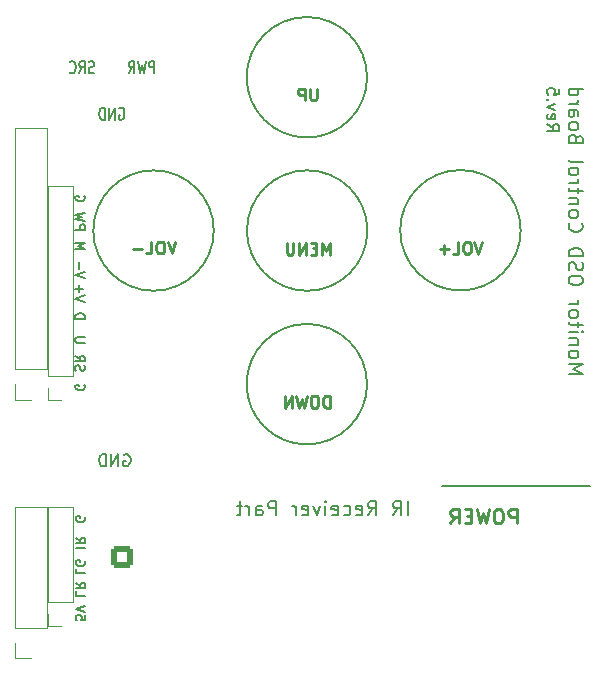
<source format=gbr>
%TF.GenerationSoftware,KiCad,Pcbnew,7.0.1*%
%TF.CreationDate,2023-03-28T22:02:51+09:00*%
%TF.ProjectId,monitor_osd_control,6d6f6e69-746f-4725-9f6f-73645f636f6e,5*%
%TF.SameCoordinates,PX7ab0ef8PY7236868*%
%TF.FileFunction,Legend,Bot*%
%TF.FilePolarity,Positive*%
%FSLAX46Y46*%
G04 Gerber Fmt 4.6, Leading zero omitted, Abs format (unit mm)*
G04 Created by KiCad (PCBNEW 7.0.1) date 2023-03-28 22:02:51*
%MOMM*%
%LPD*%
G01*
G04 APERTURE LIST*
G04 Aperture macros list*
%AMRoundRect*
0 Rectangle with rounded corners*
0 $1 Rounding radius*
0 $2 $3 $4 $5 $6 $7 $8 $9 X,Y pos of 4 corners*
0 Add a 4 corners polygon primitive as box body*
4,1,4,$2,$3,$4,$5,$6,$7,$8,$9,$2,$3,0*
0 Add four circle primitives for the rounded corners*
1,1,$1+$1,$2,$3*
1,1,$1+$1,$4,$5*
1,1,$1+$1,$6,$7*
1,1,$1+$1,$8,$9*
0 Add four rect primitives between the rounded corners*
20,1,$1+$1,$2,$3,$4,$5,0*
20,1,$1+$1,$4,$5,$6,$7,0*
20,1,$1+$1,$6,$7,$8,$9,0*
20,1,$1+$1,$8,$9,$2,$3,0*%
G04 Aperture macros list end*
%ADD10C,0.150000*%
%ADD11C,0.250000*%
%ADD12C,0.200000*%
%ADD13C,0.120000*%
%ADD14O,1.850000X3.048000*%
%ADD15C,2.000000*%
%ADD16RoundRect,0.250200X-0.649800X0.649800X-0.649800X-0.649800X0.649800X-0.649800X0.649800X0.649800X0*%
%ADD17C,1.800000*%
%ADD18R,1.800000X1.800000*%
%ADD19C,1.500000*%
%ADD20O,3.048000X1.850000*%
%ADD21R,1.700000X1.700000*%
%ADD22O,1.700000X1.700000*%
%ADD23R,1.350000X1.350000*%
%ADD24O,1.350000X1.350000*%
G04 APERTURE END LIST*
D10*
X30119000Y49987200D02*
G75*
G03*
X30119000Y49987200I-5100000J0D01*
G01*
X36499800Y15392400D02*
X48996600Y15392400D01*
X30119000Y24003000D02*
G75*
G03*
X30119000Y24003000I-5100000J0D01*
G01*
X43123800Y37033200D02*
G75*
G03*
X43123800Y37033200I-5100000J0D01*
G01*
X30144400Y37007800D02*
G75*
G03*
X30144400Y37007800I-5100000J0D01*
G01*
X17139600Y37007800D02*
G75*
G03*
X17139600Y37007800I-5100000J0D01*
G01*
X6221104Y27508230D02*
X5573485Y27508230D01*
X5573485Y27508230D02*
X5497295Y27546325D01*
X5497295Y27546325D02*
X5459200Y27584420D01*
X5459200Y27584420D02*
X5421104Y27660611D01*
X5421104Y27660611D02*
X5421104Y27812992D01*
X5421104Y27812992D02*
X5459200Y27889182D01*
X5459200Y27889182D02*
X5497295Y27927277D01*
X5497295Y27927277D02*
X5573485Y27965373D01*
X5573485Y27965373D02*
X6221104Y27965373D01*
X6271904Y4419620D02*
X6271904Y4038668D01*
X6271904Y4038668D02*
X5890952Y4000572D01*
X5890952Y4000572D02*
X5929047Y4038668D01*
X5929047Y4038668D02*
X5967142Y4114858D01*
X5967142Y4114858D02*
X5967142Y4305334D01*
X5967142Y4305334D02*
X5929047Y4381525D01*
X5929047Y4381525D02*
X5890952Y4419620D01*
X5890952Y4419620D02*
X5814761Y4457715D01*
X5814761Y4457715D02*
X5624285Y4457715D01*
X5624285Y4457715D02*
X5548095Y4419620D01*
X5548095Y4419620D02*
X5510000Y4381525D01*
X5510000Y4381525D02*
X5471904Y4305334D01*
X5471904Y4305334D02*
X5471904Y4114858D01*
X5471904Y4114858D02*
X5510000Y4038668D01*
X5510000Y4038668D02*
X5548095Y4000572D01*
X6271904Y4686287D02*
X5471904Y4952954D01*
X5471904Y4952954D02*
X6271904Y5219620D01*
D11*
X13895151Y36071981D02*
X13561818Y35071981D01*
X13561818Y35071981D02*
X13228485Y36071981D01*
X12704675Y36071981D02*
X12514199Y36071981D01*
X12514199Y36071981D02*
X12418961Y36024362D01*
X12418961Y36024362D02*
X12323723Y35929124D01*
X12323723Y35929124D02*
X12276104Y35738648D01*
X12276104Y35738648D02*
X12276104Y35405315D01*
X12276104Y35405315D02*
X12323723Y35214839D01*
X12323723Y35214839D02*
X12418961Y35119600D01*
X12418961Y35119600D02*
X12514199Y35071981D01*
X12514199Y35071981D02*
X12704675Y35071981D01*
X12704675Y35071981D02*
X12799913Y35119600D01*
X12799913Y35119600D02*
X12895151Y35214839D01*
X12895151Y35214839D02*
X12942770Y35405315D01*
X12942770Y35405315D02*
X12942770Y35738648D01*
X12942770Y35738648D02*
X12895151Y35929124D01*
X12895151Y35929124D02*
X12799913Y36024362D01*
X12799913Y36024362D02*
X12704675Y36071981D01*
X11371342Y35071981D02*
X11847532Y35071981D01*
X11847532Y35071981D02*
X11847532Y36071981D01*
X11038008Y35452934D02*
X10276104Y35452934D01*
D12*
X6997571Y50385000D02*
X6883285Y50337381D01*
X6883285Y50337381D02*
X6692809Y50337381D01*
X6692809Y50337381D02*
X6616618Y50385000D01*
X6616618Y50385000D02*
X6578523Y50432620D01*
X6578523Y50432620D02*
X6540428Y50527858D01*
X6540428Y50527858D02*
X6540428Y50623096D01*
X6540428Y50623096D02*
X6578523Y50718334D01*
X6578523Y50718334D02*
X6616618Y50765953D01*
X6616618Y50765953D02*
X6692809Y50813572D01*
X6692809Y50813572D02*
X6845190Y50861191D01*
X6845190Y50861191D02*
X6921380Y50908810D01*
X6921380Y50908810D02*
X6959475Y50956429D01*
X6959475Y50956429D02*
X6997571Y51051667D01*
X6997571Y51051667D02*
X6997571Y51146905D01*
X6997571Y51146905D02*
X6959475Y51242143D01*
X6959475Y51242143D02*
X6921380Y51289762D01*
X6921380Y51289762D02*
X6845190Y51337381D01*
X6845190Y51337381D02*
X6654713Y51337381D01*
X6654713Y51337381D02*
X6540428Y51289762D01*
X5740427Y50337381D02*
X6007094Y50813572D01*
X6197570Y50337381D02*
X6197570Y51337381D01*
X6197570Y51337381D02*
X5892808Y51337381D01*
X5892808Y51337381D02*
X5816618Y51289762D01*
X5816618Y51289762D02*
X5778523Y51242143D01*
X5778523Y51242143D02*
X5740427Y51146905D01*
X5740427Y51146905D02*
X5740427Y51004048D01*
X5740427Y51004048D02*
X5778523Y50908810D01*
X5778523Y50908810D02*
X5816618Y50861191D01*
X5816618Y50861191D02*
X5892808Y50813572D01*
X5892808Y50813572D02*
X6197570Y50813572D01*
X4940427Y50432620D02*
X4978523Y50385000D01*
X4978523Y50385000D02*
X5092808Y50337381D01*
X5092808Y50337381D02*
X5168999Y50337381D01*
X5168999Y50337381D02*
X5283285Y50385000D01*
X5283285Y50385000D02*
X5359475Y50480239D01*
X5359475Y50480239D02*
X5397570Y50575477D01*
X5397570Y50575477D02*
X5435666Y50765953D01*
X5435666Y50765953D02*
X5435666Y50908810D01*
X5435666Y50908810D02*
X5397570Y51099286D01*
X5397570Y51099286D02*
X5359475Y51194524D01*
X5359475Y51194524D02*
X5283285Y51289762D01*
X5283285Y51289762D02*
X5168999Y51337381D01*
X5168999Y51337381D02*
X5092808Y51337381D01*
X5092808Y51337381D02*
X4978523Y51289762D01*
X4978523Y51289762D02*
X4940427Y51242143D01*
D11*
X25880913Y49025981D02*
X25880913Y48216458D01*
X25880913Y48216458D02*
X25833294Y48121220D01*
X25833294Y48121220D02*
X25785675Y48073600D01*
X25785675Y48073600D02*
X25690437Y48025981D01*
X25690437Y48025981D02*
X25499961Y48025981D01*
X25499961Y48025981D02*
X25404723Y48073600D01*
X25404723Y48073600D02*
X25357104Y48121220D01*
X25357104Y48121220D02*
X25309485Y48216458D01*
X25309485Y48216458D02*
X25309485Y49025981D01*
X24833294Y48025981D02*
X24833294Y49025981D01*
X24833294Y49025981D02*
X24452342Y49025981D01*
X24452342Y49025981D02*
X24357104Y48978362D01*
X24357104Y48978362D02*
X24309485Y48930743D01*
X24309485Y48930743D02*
X24261866Y48835505D01*
X24261866Y48835505D02*
X24261866Y48692648D01*
X24261866Y48692648D02*
X24309485Y48597410D01*
X24309485Y48597410D02*
X24357104Y48549791D01*
X24357104Y48549791D02*
X24452342Y48502172D01*
X24452342Y48502172D02*
X24833294Y48502172D01*
D10*
X5421104Y29559277D02*
X6221104Y29559277D01*
X6221104Y29559277D02*
X6221104Y29749753D01*
X6221104Y29749753D02*
X6183009Y29864039D01*
X6183009Y29864039D02*
X6106819Y29940229D01*
X6106819Y29940229D02*
X6030628Y29978324D01*
X6030628Y29978324D02*
X5878247Y30016420D01*
X5878247Y30016420D02*
X5763961Y30016420D01*
X5763961Y30016420D02*
X5611580Y29978324D01*
X5611580Y29978324D02*
X5535390Y29940229D01*
X5535390Y29940229D02*
X5459200Y29864039D01*
X5459200Y29864039D02*
X5421104Y29749753D01*
X5421104Y29749753D02*
X5421104Y29559277D01*
X45384380Y46029715D02*
X45860571Y45696382D01*
X45384380Y45458287D02*
X46384380Y45458287D01*
X46384380Y45458287D02*
X46384380Y45839239D01*
X46384380Y45839239D02*
X46336761Y45934477D01*
X46336761Y45934477D02*
X46289142Y45982096D01*
X46289142Y45982096D02*
X46193904Y46029715D01*
X46193904Y46029715D02*
X46051047Y46029715D01*
X46051047Y46029715D02*
X45955809Y45982096D01*
X45955809Y45982096D02*
X45908190Y45934477D01*
X45908190Y45934477D02*
X45860571Y45839239D01*
X45860571Y45839239D02*
X45860571Y45458287D01*
X45432000Y46839239D02*
X45384380Y46744001D01*
X45384380Y46744001D02*
X45384380Y46553525D01*
X45384380Y46553525D02*
X45432000Y46458287D01*
X45432000Y46458287D02*
X45527238Y46410668D01*
X45527238Y46410668D02*
X45908190Y46410668D01*
X45908190Y46410668D02*
X46003428Y46458287D01*
X46003428Y46458287D02*
X46051047Y46553525D01*
X46051047Y46553525D02*
X46051047Y46744001D01*
X46051047Y46744001D02*
X46003428Y46839239D01*
X46003428Y46839239D02*
X45908190Y46886858D01*
X45908190Y46886858D02*
X45812952Y46886858D01*
X45812952Y46886858D02*
X45717714Y46410668D01*
X46051047Y47220192D02*
X45384380Y47458287D01*
X45384380Y47458287D02*
X46051047Y47696382D01*
X45479619Y48077335D02*
X45432000Y48124954D01*
X45432000Y48124954D02*
X45384380Y48077335D01*
X45384380Y48077335D02*
X45432000Y48029716D01*
X45432000Y48029716D02*
X45479619Y48077335D01*
X45479619Y48077335D02*
X45384380Y48077335D01*
X46384380Y49029715D02*
X46384380Y48553525D01*
X46384380Y48553525D02*
X45908190Y48505906D01*
X45908190Y48505906D02*
X45955809Y48553525D01*
X45955809Y48553525D02*
X46003428Y48648763D01*
X46003428Y48648763D02*
X46003428Y48886858D01*
X46003428Y48886858D02*
X45955809Y48982096D01*
X45955809Y48982096D02*
X45908190Y49029715D01*
X45908190Y49029715D02*
X45812952Y49077334D01*
X45812952Y49077334D02*
X45574857Y49077334D01*
X45574857Y49077334D02*
X45479619Y49029715D01*
X45479619Y49029715D02*
X45432000Y48982096D01*
X45432000Y48982096D02*
X45384380Y48886858D01*
X45384380Y48886858D02*
X45384380Y48648763D01*
X45384380Y48648763D02*
X45432000Y48553525D01*
X45432000Y48553525D02*
X45479619Y48505906D01*
X6183009Y23933124D02*
X6221104Y23856934D01*
X6221104Y23856934D02*
X6221104Y23742648D01*
X6221104Y23742648D02*
X6183009Y23628362D01*
X6183009Y23628362D02*
X6106819Y23552172D01*
X6106819Y23552172D02*
X6030628Y23514077D01*
X6030628Y23514077D02*
X5878247Y23475981D01*
X5878247Y23475981D02*
X5763961Y23475981D01*
X5763961Y23475981D02*
X5611580Y23514077D01*
X5611580Y23514077D02*
X5535390Y23552172D01*
X5535390Y23552172D02*
X5459200Y23628362D01*
X5459200Y23628362D02*
X5421104Y23742648D01*
X5421104Y23742648D02*
X5421104Y23818839D01*
X5421104Y23818839D02*
X5459200Y23933124D01*
X5459200Y23933124D02*
X5497295Y23971220D01*
X5497295Y23971220D02*
X5763961Y23971220D01*
X5763961Y23971220D02*
X5763961Y23818839D01*
X33558856Y12906858D02*
X33558856Y14106858D01*
X32301713Y12906858D02*
X32701713Y13478286D01*
X32987427Y12906858D02*
X32987427Y14106858D01*
X32987427Y14106858D02*
X32530284Y14106858D01*
X32530284Y14106858D02*
X32415999Y14049715D01*
X32415999Y14049715D02*
X32358856Y13992572D01*
X32358856Y13992572D02*
X32301713Y13878286D01*
X32301713Y13878286D02*
X32301713Y13706858D01*
X32301713Y13706858D02*
X32358856Y13592572D01*
X32358856Y13592572D02*
X32415999Y13535429D01*
X32415999Y13535429D02*
X32530284Y13478286D01*
X32530284Y13478286D02*
X32987427Y13478286D01*
X30187427Y12906858D02*
X30587427Y13478286D01*
X30873141Y12906858D02*
X30873141Y14106858D01*
X30873141Y14106858D02*
X30415998Y14106858D01*
X30415998Y14106858D02*
X30301713Y14049715D01*
X30301713Y14049715D02*
X30244570Y13992572D01*
X30244570Y13992572D02*
X30187427Y13878286D01*
X30187427Y13878286D02*
X30187427Y13706858D01*
X30187427Y13706858D02*
X30244570Y13592572D01*
X30244570Y13592572D02*
X30301713Y13535429D01*
X30301713Y13535429D02*
X30415998Y13478286D01*
X30415998Y13478286D02*
X30873141Y13478286D01*
X29215998Y12964000D02*
X29330284Y12906858D01*
X29330284Y12906858D02*
X29558856Y12906858D01*
X29558856Y12906858D02*
X29673141Y12964000D01*
X29673141Y12964000D02*
X29730284Y13078286D01*
X29730284Y13078286D02*
X29730284Y13535429D01*
X29730284Y13535429D02*
X29673141Y13649715D01*
X29673141Y13649715D02*
X29558856Y13706858D01*
X29558856Y13706858D02*
X29330284Y13706858D01*
X29330284Y13706858D02*
X29215998Y13649715D01*
X29215998Y13649715D02*
X29158856Y13535429D01*
X29158856Y13535429D02*
X29158856Y13421143D01*
X29158856Y13421143D02*
X29730284Y13306858D01*
X28130285Y12964000D02*
X28244570Y12906858D01*
X28244570Y12906858D02*
X28473142Y12906858D01*
X28473142Y12906858D02*
X28587427Y12964000D01*
X28587427Y12964000D02*
X28644570Y13021143D01*
X28644570Y13021143D02*
X28701713Y13135429D01*
X28701713Y13135429D02*
X28701713Y13478286D01*
X28701713Y13478286D02*
X28644570Y13592572D01*
X28644570Y13592572D02*
X28587427Y13649715D01*
X28587427Y13649715D02*
X28473142Y13706858D01*
X28473142Y13706858D02*
X28244570Y13706858D01*
X28244570Y13706858D02*
X28130285Y13649715D01*
X27158856Y12964000D02*
X27273142Y12906858D01*
X27273142Y12906858D02*
X27501714Y12906858D01*
X27501714Y12906858D02*
X27615999Y12964000D01*
X27615999Y12964000D02*
X27673142Y13078286D01*
X27673142Y13078286D02*
X27673142Y13535429D01*
X27673142Y13535429D02*
X27615999Y13649715D01*
X27615999Y13649715D02*
X27501714Y13706858D01*
X27501714Y13706858D02*
X27273142Y13706858D01*
X27273142Y13706858D02*
X27158856Y13649715D01*
X27158856Y13649715D02*
X27101714Y13535429D01*
X27101714Y13535429D02*
X27101714Y13421143D01*
X27101714Y13421143D02*
X27673142Y13306858D01*
X26587428Y12906858D02*
X26587428Y13706858D01*
X26587428Y14106858D02*
X26644571Y14049715D01*
X26644571Y14049715D02*
X26587428Y13992572D01*
X26587428Y13992572D02*
X26530285Y14049715D01*
X26530285Y14049715D02*
X26587428Y14106858D01*
X26587428Y14106858D02*
X26587428Y13992572D01*
X26130285Y13706858D02*
X25844571Y12906858D01*
X25844571Y12906858D02*
X25558856Y13706858D01*
X24644570Y12964000D02*
X24758856Y12906858D01*
X24758856Y12906858D02*
X24987428Y12906858D01*
X24987428Y12906858D02*
X25101713Y12964000D01*
X25101713Y12964000D02*
X25158856Y13078286D01*
X25158856Y13078286D02*
X25158856Y13535429D01*
X25158856Y13535429D02*
X25101713Y13649715D01*
X25101713Y13649715D02*
X24987428Y13706858D01*
X24987428Y13706858D02*
X24758856Y13706858D01*
X24758856Y13706858D02*
X24644570Y13649715D01*
X24644570Y13649715D02*
X24587428Y13535429D01*
X24587428Y13535429D02*
X24587428Y13421143D01*
X24587428Y13421143D02*
X25158856Y13306858D01*
X24073142Y12906858D02*
X24073142Y13706858D01*
X24073142Y13478286D02*
X24015999Y13592572D01*
X24015999Y13592572D02*
X23958857Y13649715D01*
X23958857Y13649715D02*
X23844571Y13706858D01*
X23844571Y13706858D02*
X23730285Y13706858D01*
X22415999Y12906858D02*
X22415999Y14106858D01*
X22415999Y14106858D02*
X21958856Y14106858D01*
X21958856Y14106858D02*
X21844571Y14049715D01*
X21844571Y14049715D02*
X21787428Y13992572D01*
X21787428Y13992572D02*
X21730285Y13878286D01*
X21730285Y13878286D02*
X21730285Y13706858D01*
X21730285Y13706858D02*
X21787428Y13592572D01*
X21787428Y13592572D02*
X21844571Y13535429D01*
X21844571Y13535429D02*
X21958856Y13478286D01*
X21958856Y13478286D02*
X22415999Y13478286D01*
X20701714Y12906858D02*
X20701714Y13535429D01*
X20701714Y13535429D02*
X20758856Y13649715D01*
X20758856Y13649715D02*
X20873142Y13706858D01*
X20873142Y13706858D02*
X21101714Y13706858D01*
X21101714Y13706858D02*
X21215999Y13649715D01*
X20701714Y12964000D02*
X20815999Y12906858D01*
X20815999Y12906858D02*
X21101714Y12906858D01*
X21101714Y12906858D02*
X21215999Y12964000D01*
X21215999Y12964000D02*
X21273142Y13078286D01*
X21273142Y13078286D02*
X21273142Y13192572D01*
X21273142Y13192572D02*
X21215999Y13306858D01*
X21215999Y13306858D02*
X21101714Y13364000D01*
X21101714Y13364000D02*
X20815999Y13364000D01*
X20815999Y13364000D02*
X20701714Y13421143D01*
X20130285Y12906858D02*
X20130285Y13706858D01*
X20130285Y13478286D02*
X20073142Y13592572D01*
X20073142Y13592572D02*
X20016000Y13649715D01*
X20016000Y13649715D02*
X19901714Y13706858D01*
X19901714Y13706858D02*
X19787428Y13706858D01*
X19558857Y13706858D02*
X19101714Y13706858D01*
X19387428Y14106858D02*
X19387428Y13078286D01*
X19387428Y13078286D02*
X19330285Y12964000D01*
X19330285Y12964000D02*
X19216000Y12906858D01*
X19216000Y12906858D02*
X19101714Y12906858D01*
D12*
X12115666Y50337381D02*
X12115666Y51337381D01*
X12115666Y51337381D02*
X11810904Y51337381D01*
X11810904Y51337381D02*
X11734714Y51289762D01*
X11734714Y51289762D02*
X11696619Y51242143D01*
X11696619Y51242143D02*
X11658523Y51146905D01*
X11658523Y51146905D02*
X11658523Y51004048D01*
X11658523Y51004048D02*
X11696619Y50908810D01*
X11696619Y50908810D02*
X11734714Y50861191D01*
X11734714Y50861191D02*
X11810904Y50813572D01*
X11810904Y50813572D02*
X12115666Y50813572D01*
X11391857Y51337381D02*
X11201381Y50337381D01*
X11201381Y50337381D02*
X11049000Y51051667D01*
X11049000Y51051667D02*
X10896619Y50337381D01*
X10896619Y50337381D02*
X10706143Y51337381D01*
X9944237Y50337381D02*
X10210904Y50813572D01*
X10401380Y50337381D02*
X10401380Y51337381D01*
X10401380Y51337381D02*
X10096618Y51337381D01*
X10096618Y51337381D02*
X10020428Y51289762D01*
X10020428Y51289762D02*
X9982333Y51242143D01*
X9982333Y51242143D02*
X9944237Y51146905D01*
X9944237Y51146905D02*
X9944237Y51004048D01*
X9944237Y51004048D02*
X9982333Y50908810D01*
X9982333Y50908810D02*
X10020428Y50861191D01*
X10020428Y50861191D02*
X10096618Y50813572D01*
X10096618Y50813572D02*
X10401380Y50813572D01*
D10*
X9524904Y18015762D02*
X9620142Y18063381D01*
X9620142Y18063381D02*
X9762999Y18063381D01*
X9762999Y18063381D02*
X9905856Y18015762D01*
X9905856Y18015762D02*
X10001094Y17920524D01*
X10001094Y17920524D02*
X10048713Y17825286D01*
X10048713Y17825286D02*
X10096332Y17634810D01*
X10096332Y17634810D02*
X10096332Y17491953D01*
X10096332Y17491953D02*
X10048713Y17301477D01*
X10048713Y17301477D02*
X10001094Y17206239D01*
X10001094Y17206239D02*
X9905856Y17111000D01*
X9905856Y17111000D02*
X9762999Y17063381D01*
X9762999Y17063381D02*
X9667761Y17063381D01*
X9667761Y17063381D02*
X9524904Y17111000D01*
X9524904Y17111000D02*
X9477285Y17158620D01*
X9477285Y17158620D02*
X9477285Y17491953D01*
X9477285Y17491953D02*
X9667761Y17491953D01*
X9048713Y17063381D02*
X9048713Y18063381D01*
X9048713Y18063381D02*
X8477285Y17063381D01*
X8477285Y17063381D02*
X8477285Y18063381D01*
X8001094Y17063381D02*
X8001094Y18063381D01*
X8001094Y18063381D02*
X7762999Y18063381D01*
X7762999Y18063381D02*
X7620142Y18015762D01*
X7620142Y18015762D02*
X7524904Y17920524D01*
X7524904Y17920524D02*
X7477285Y17825286D01*
X7477285Y17825286D02*
X7429666Y17634810D01*
X7429666Y17634810D02*
X7429666Y17491953D01*
X7429666Y17491953D02*
X7477285Y17301477D01*
X7477285Y17301477D02*
X7524904Y17206239D01*
X7524904Y17206239D02*
X7620142Y17111000D01*
X7620142Y17111000D02*
X7762999Y17063381D01*
X7762999Y17063381D02*
X8001094Y17063381D01*
X5459200Y25127029D02*
X5421104Y25241315D01*
X5421104Y25241315D02*
X5421104Y25431791D01*
X5421104Y25431791D02*
X5459200Y25507982D01*
X5459200Y25507982D02*
X5497295Y25546077D01*
X5497295Y25546077D02*
X5573485Y25584172D01*
X5573485Y25584172D02*
X5649676Y25584172D01*
X5649676Y25584172D02*
X5725866Y25546077D01*
X5725866Y25546077D02*
X5763961Y25507982D01*
X5763961Y25507982D02*
X5802057Y25431791D01*
X5802057Y25431791D02*
X5840152Y25279410D01*
X5840152Y25279410D02*
X5878247Y25203220D01*
X5878247Y25203220D02*
X5916342Y25165125D01*
X5916342Y25165125D02*
X5992533Y25127029D01*
X5992533Y25127029D02*
X6068723Y25127029D01*
X6068723Y25127029D02*
X6144914Y25165125D01*
X6144914Y25165125D02*
X6183009Y25203220D01*
X6183009Y25203220D02*
X6221104Y25279410D01*
X6221104Y25279410D02*
X6221104Y25469887D01*
X6221104Y25469887D02*
X6183009Y25584172D01*
X5421104Y26384173D02*
X5802057Y26117506D01*
X5421104Y25927030D02*
X6221104Y25927030D01*
X6221104Y25927030D02*
X6221104Y26231792D01*
X6221104Y26231792D02*
X6183009Y26307982D01*
X6183009Y26307982D02*
X6144914Y26346077D01*
X6144914Y26346077D02*
X6068723Y26384173D01*
X6068723Y26384173D02*
X5954438Y26384173D01*
X5954438Y26384173D02*
X5878247Y26346077D01*
X5878247Y26346077D02*
X5840152Y26307982D01*
X5840152Y26307982D02*
X5802057Y26231792D01*
X5802057Y26231792D02*
X5802057Y25927030D01*
X6221104Y30988096D02*
X5421104Y31254763D01*
X5421104Y31254763D02*
X6221104Y31521429D01*
X5725866Y31788096D02*
X5725866Y32397619D01*
X5421104Y32092858D02*
X6030628Y32092858D01*
X5471904Y10141001D02*
X6271904Y10141001D01*
X5471904Y10979096D02*
X5852857Y10712429D01*
X5471904Y10521953D02*
X6271904Y10521953D01*
X6271904Y10521953D02*
X6271904Y10826715D01*
X6271904Y10826715D02*
X6233809Y10902905D01*
X6233809Y10902905D02*
X6195714Y10941000D01*
X6195714Y10941000D02*
X6119523Y10979096D01*
X6119523Y10979096D02*
X6005238Y10979096D01*
X6005238Y10979096D02*
X5929047Y10941000D01*
X5929047Y10941000D02*
X5890952Y10902905D01*
X5890952Y10902905D02*
X5852857Y10826715D01*
X5852857Y10826715D02*
X5852857Y10521953D01*
X5471904Y6451620D02*
X5471904Y6070668D01*
X5471904Y6070668D02*
X6271904Y6070668D01*
X5471904Y7175430D02*
X5852857Y6908763D01*
X5471904Y6718287D02*
X6271904Y6718287D01*
X6271904Y6718287D02*
X6271904Y7023049D01*
X6271904Y7023049D02*
X6233809Y7099239D01*
X6233809Y7099239D02*
X6195714Y7137334D01*
X6195714Y7137334D02*
X6119523Y7175430D01*
X6119523Y7175430D02*
X6005238Y7175430D01*
X6005238Y7175430D02*
X5929047Y7137334D01*
X5929047Y7137334D02*
X5890952Y7099239D01*
X5890952Y7099239D02*
X5852857Y7023049D01*
X5852857Y7023049D02*
X5852857Y6718287D01*
X47196857Y24899859D02*
X48396857Y24899859D01*
X48396857Y24899859D02*
X47539714Y25299859D01*
X47539714Y25299859D02*
X48396857Y25699859D01*
X48396857Y25699859D02*
X47196857Y25699859D01*
X47196857Y26442716D02*
X47254000Y26328431D01*
X47254000Y26328431D02*
X47311142Y26271288D01*
X47311142Y26271288D02*
X47425428Y26214145D01*
X47425428Y26214145D02*
X47768285Y26214145D01*
X47768285Y26214145D02*
X47882571Y26271288D01*
X47882571Y26271288D02*
X47939714Y26328431D01*
X47939714Y26328431D02*
X47996857Y26442716D01*
X47996857Y26442716D02*
X47996857Y26614145D01*
X47996857Y26614145D02*
X47939714Y26728431D01*
X47939714Y26728431D02*
X47882571Y26785573D01*
X47882571Y26785573D02*
X47768285Y26842716D01*
X47768285Y26842716D02*
X47425428Y26842716D01*
X47425428Y26842716D02*
X47311142Y26785573D01*
X47311142Y26785573D02*
X47254000Y26728431D01*
X47254000Y26728431D02*
X47196857Y26614145D01*
X47196857Y26614145D02*
X47196857Y26442716D01*
X47996857Y27357002D02*
X47196857Y27357002D01*
X47882571Y27357002D02*
X47939714Y27414145D01*
X47939714Y27414145D02*
X47996857Y27528430D01*
X47996857Y27528430D02*
X47996857Y27699859D01*
X47996857Y27699859D02*
X47939714Y27814145D01*
X47939714Y27814145D02*
X47825428Y27871287D01*
X47825428Y27871287D02*
X47196857Y27871287D01*
X47196857Y28442716D02*
X47996857Y28442716D01*
X48396857Y28442716D02*
X48339714Y28385573D01*
X48339714Y28385573D02*
X48282571Y28442716D01*
X48282571Y28442716D02*
X48339714Y28499859D01*
X48339714Y28499859D02*
X48396857Y28442716D01*
X48396857Y28442716D02*
X48282571Y28442716D01*
X47996857Y28842716D02*
X47996857Y29299859D01*
X48396857Y29014145D02*
X47368285Y29014145D01*
X47368285Y29014145D02*
X47254000Y29071288D01*
X47254000Y29071288D02*
X47196857Y29185573D01*
X47196857Y29185573D02*
X47196857Y29299859D01*
X47196857Y29871287D02*
X47254000Y29757002D01*
X47254000Y29757002D02*
X47311142Y29699859D01*
X47311142Y29699859D02*
X47425428Y29642716D01*
X47425428Y29642716D02*
X47768285Y29642716D01*
X47768285Y29642716D02*
X47882571Y29699859D01*
X47882571Y29699859D02*
X47939714Y29757002D01*
X47939714Y29757002D02*
X47996857Y29871287D01*
X47996857Y29871287D02*
X47996857Y30042716D01*
X47996857Y30042716D02*
X47939714Y30157002D01*
X47939714Y30157002D02*
X47882571Y30214144D01*
X47882571Y30214144D02*
X47768285Y30271287D01*
X47768285Y30271287D02*
X47425428Y30271287D01*
X47425428Y30271287D02*
X47311142Y30214144D01*
X47311142Y30214144D02*
X47254000Y30157002D01*
X47254000Y30157002D02*
X47196857Y30042716D01*
X47196857Y30042716D02*
X47196857Y29871287D01*
X47196857Y30785573D02*
X47996857Y30785573D01*
X47768285Y30785573D02*
X47882571Y30842716D01*
X47882571Y30842716D02*
X47939714Y30899858D01*
X47939714Y30899858D02*
X47996857Y31014144D01*
X47996857Y31014144D02*
X47996857Y31128430D01*
X48396857Y32671287D02*
X48396857Y32899859D01*
X48396857Y32899859D02*
X48339714Y33014144D01*
X48339714Y33014144D02*
X48225428Y33128430D01*
X48225428Y33128430D02*
X47996857Y33185573D01*
X47996857Y33185573D02*
X47596857Y33185573D01*
X47596857Y33185573D02*
X47368285Y33128430D01*
X47368285Y33128430D02*
X47254000Y33014144D01*
X47254000Y33014144D02*
X47196857Y32899859D01*
X47196857Y32899859D02*
X47196857Y32671287D01*
X47196857Y32671287D02*
X47254000Y32557001D01*
X47254000Y32557001D02*
X47368285Y32442716D01*
X47368285Y32442716D02*
X47596857Y32385573D01*
X47596857Y32385573D02*
X47996857Y32385573D01*
X47996857Y32385573D02*
X48225428Y32442716D01*
X48225428Y32442716D02*
X48339714Y32557001D01*
X48339714Y32557001D02*
X48396857Y32671287D01*
X47254000Y33642716D02*
X47196857Y33814144D01*
X47196857Y33814144D02*
X47196857Y34099859D01*
X47196857Y34099859D02*
X47254000Y34214144D01*
X47254000Y34214144D02*
X47311142Y34271287D01*
X47311142Y34271287D02*
X47425428Y34328430D01*
X47425428Y34328430D02*
X47539714Y34328430D01*
X47539714Y34328430D02*
X47654000Y34271287D01*
X47654000Y34271287D02*
X47711142Y34214144D01*
X47711142Y34214144D02*
X47768285Y34099859D01*
X47768285Y34099859D02*
X47825428Y33871287D01*
X47825428Y33871287D02*
X47882571Y33757002D01*
X47882571Y33757002D02*
X47939714Y33699859D01*
X47939714Y33699859D02*
X48054000Y33642716D01*
X48054000Y33642716D02*
X48168285Y33642716D01*
X48168285Y33642716D02*
X48282571Y33699859D01*
X48282571Y33699859D02*
X48339714Y33757002D01*
X48339714Y33757002D02*
X48396857Y33871287D01*
X48396857Y33871287D02*
X48396857Y34157002D01*
X48396857Y34157002D02*
X48339714Y34328430D01*
X47196857Y34842716D02*
X48396857Y34842716D01*
X48396857Y34842716D02*
X48396857Y35128430D01*
X48396857Y35128430D02*
X48339714Y35299859D01*
X48339714Y35299859D02*
X48225428Y35414144D01*
X48225428Y35414144D02*
X48111142Y35471287D01*
X48111142Y35471287D02*
X47882571Y35528430D01*
X47882571Y35528430D02*
X47711142Y35528430D01*
X47711142Y35528430D02*
X47482571Y35471287D01*
X47482571Y35471287D02*
X47368285Y35414144D01*
X47368285Y35414144D02*
X47254000Y35299859D01*
X47254000Y35299859D02*
X47196857Y35128430D01*
X47196857Y35128430D02*
X47196857Y34842716D01*
X47311142Y37642716D02*
X47254000Y37585573D01*
X47254000Y37585573D02*
X47196857Y37414145D01*
X47196857Y37414145D02*
X47196857Y37299859D01*
X47196857Y37299859D02*
X47254000Y37128430D01*
X47254000Y37128430D02*
X47368285Y37014145D01*
X47368285Y37014145D02*
X47482571Y36957002D01*
X47482571Y36957002D02*
X47711142Y36899859D01*
X47711142Y36899859D02*
X47882571Y36899859D01*
X47882571Y36899859D02*
X48111142Y36957002D01*
X48111142Y36957002D02*
X48225428Y37014145D01*
X48225428Y37014145D02*
X48339714Y37128430D01*
X48339714Y37128430D02*
X48396857Y37299859D01*
X48396857Y37299859D02*
X48396857Y37414145D01*
X48396857Y37414145D02*
X48339714Y37585573D01*
X48339714Y37585573D02*
X48282571Y37642716D01*
X47196857Y38328430D02*
X47254000Y38214145D01*
X47254000Y38214145D02*
X47311142Y38157002D01*
X47311142Y38157002D02*
X47425428Y38099859D01*
X47425428Y38099859D02*
X47768285Y38099859D01*
X47768285Y38099859D02*
X47882571Y38157002D01*
X47882571Y38157002D02*
X47939714Y38214145D01*
X47939714Y38214145D02*
X47996857Y38328430D01*
X47996857Y38328430D02*
X47996857Y38499859D01*
X47996857Y38499859D02*
X47939714Y38614145D01*
X47939714Y38614145D02*
X47882571Y38671287D01*
X47882571Y38671287D02*
X47768285Y38728430D01*
X47768285Y38728430D02*
X47425428Y38728430D01*
X47425428Y38728430D02*
X47311142Y38671287D01*
X47311142Y38671287D02*
X47254000Y38614145D01*
X47254000Y38614145D02*
X47196857Y38499859D01*
X47196857Y38499859D02*
X47196857Y38328430D01*
X47996857Y39242716D02*
X47196857Y39242716D01*
X47882571Y39242716D02*
X47939714Y39299859D01*
X47939714Y39299859D02*
X47996857Y39414144D01*
X47996857Y39414144D02*
X47996857Y39585573D01*
X47996857Y39585573D02*
X47939714Y39699859D01*
X47939714Y39699859D02*
X47825428Y39757001D01*
X47825428Y39757001D02*
X47196857Y39757001D01*
X47996857Y40157001D02*
X47996857Y40614144D01*
X48396857Y40328430D02*
X47368285Y40328430D01*
X47368285Y40328430D02*
X47254000Y40385573D01*
X47254000Y40385573D02*
X47196857Y40499858D01*
X47196857Y40499858D02*
X47196857Y40614144D01*
X47196857Y41014144D02*
X47996857Y41014144D01*
X47768285Y41014144D02*
X47882571Y41071287D01*
X47882571Y41071287D02*
X47939714Y41128429D01*
X47939714Y41128429D02*
X47996857Y41242715D01*
X47996857Y41242715D02*
X47996857Y41357001D01*
X47196857Y41928429D02*
X47254000Y41814144D01*
X47254000Y41814144D02*
X47311142Y41757001D01*
X47311142Y41757001D02*
X47425428Y41699858D01*
X47425428Y41699858D02*
X47768285Y41699858D01*
X47768285Y41699858D02*
X47882571Y41757001D01*
X47882571Y41757001D02*
X47939714Y41814144D01*
X47939714Y41814144D02*
X47996857Y41928429D01*
X47996857Y41928429D02*
X47996857Y42099858D01*
X47996857Y42099858D02*
X47939714Y42214144D01*
X47939714Y42214144D02*
X47882571Y42271286D01*
X47882571Y42271286D02*
X47768285Y42328429D01*
X47768285Y42328429D02*
X47425428Y42328429D01*
X47425428Y42328429D02*
X47311142Y42271286D01*
X47311142Y42271286D02*
X47254000Y42214144D01*
X47254000Y42214144D02*
X47196857Y42099858D01*
X47196857Y42099858D02*
X47196857Y41928429D01*
X47196857Y43014143D02*
X47254000Y42899858D01*
X47254000Y42899858D02*
X47368285Y42842715D01*
X47368285Y42842715D02*
X48396857Y42842715D01*
X47825428Y44785572D02*
X47768285Y44957000D01*
X47768285Y44957000D02*
X47711142Y45014143D01*
X47711142Y45014143D02*
X47596857Y45071286D01*
X47596857Y45071286D02*
X47425428Y45071286D01*
X47425428Y45071286D02*
X47311142Y45014143D01*
X47311142Y45014143D02*
X47254000Y44957000D01*
X47254000Y44957000D02*
X47196857Y44842715D01*
X47196857Y44842715D02*
X47196857Y44385572D01*
X47196857Y44385572D02*
X48396857Y44385572D01*
X48396857Y44385572D02*
X48396857Y44785572D01*
X48396857Y44785572D02*
X48339714Y44899857D01*
X48339714Y44899857D02*
X48282571Y44957000D01*
X48282571Y44957000D02*
X48168285Y45014143D01*
X48168285Y45014143D02*
X48054000Y45014143D01*
X48054000Y45014143D02*
X47939714Y44957000D01*
X47939714Y44957000D02*
X47882571Y44899857D01*
X47882571Y44899857D02*
X47825428Y44785572D01*
X47825428Y44785572D02*
X47825428Y44385572D01*
X47196857Y45757000D02*
X47254000Y45642715D01*
X47254000Y45642715D02*
X47311142Y45585572D01*
X47311142Y45585572D02*
X47425428Y45528429D01*
X47425428Y45528429D02*
X47768285Y45528429D01*
X47768285Y45528429D02*
X47882571Y45585572D01*
X47882571Y45585572D02*
X47939714Y45642715D01*
X47939714Y45642715D02*
X47996857Y45757000D01*
X47996857Y45757000D02*
X47996857Y45928429D01*
X47996857Y45928429D02*
X47939714Y46042715D01*
X47939714Y46042715D02*
X47882571Y46099857D01*
X47882571Y46099857D02*
X47768285Y46157000D01*
X47768285Y46157000D02*
X47425428Y46157000D01*
X47425428Y46157000D02*
X47311142Y46099857D01*
X47311142Y46099857D02*
X47254000Y46042715D01*
X47254000Y46042715D02*
X47196857Y45928429D01*
X47196857Y45928429D02*
X47196857Y45757000D01*
X47196857Y47185571D02*
X47825428Y47185571D01*
X47825428Y47185571D02*
X47939714Y47128429D01*
X47939714Y47128429D02*
X47996857Y47014143D01*
X47996857Y47014143D02*
X47996857Y46785571D01*
X47996857Y46785571D02*
X47939714Y46671286D01*
X47254000Y47185571D02*
X47196857Y47071286D01*
X47196857Y47071286D02*
X47196857Y46785571D01*
X47196857Y46785571D02*
X47254000Y46671286D01*
X47254000Y46671286D02*
X47368285Y46614143D01*
X47368285Y46614143D02*
X47482571Y46614143D01*
X47482571Y46614143D02*
X47596857Y46671286D01*
X47596857Y46671286D02*
X47654000Y46785571D01*
X47654000Y46785571D02*
X47654000Y47071286D01*
X47654000Y47071286D02*
X47711142Y47185571D01*
X47196857Y47757000D02*
X47996857Y47757000D01*
X47768285Y47757000D02*
X47882571Y47814143D01*
X47882571Y47814143D02*
X47939714Y47871285D01*
X47939714Y47871285D02*
X47996857Y47985571D01*
X47996857Y47985571D02*
X47996857Y48099857D01*
X47196857Y49014142D02*
X48396857Y49014142D01*
X47254000Y49014142D02*
X47196857Y48899857D01*
X47196857Y48899857D02*
X47196857Y48671285D01*
X47196857Y48671285D02*
X47254000Y48557000D01*
X47254000Y48557000D02*
X47311142Y48499857D01*
X47311142Y48499857D02*
X47425428Y48442714D01*
X47425428Y48442714D02*
X47768285Y48442714D01*
X47768285Y48442714D02*
X47882571Y48499857D01*
X47882571Y48499857D02*
X47939714Y48557000D01*
X47939714Y48557000D02*
X47996857Y48671285D01*
X47996857Y48671285D02*
X47996857Y48899857D01*
X47996857Y48899857D02*
X47939714Y49014142D01*
X5421104Y37077734D02*
X6221104Y37077734D01*
X6221104Y37077734D02*
X6221104Y37382496D01*
X6221104Y37382496D02*
X6183009Y37458686D01*
X6183009Y37458686D02*
X6144914Y37496781D01*
X6144914Y37496781D02*
X6068723Y37534877D01*
X6068723Y37534877D02*
X5954438Y37534877D01*
X5954438Y37534877D02*
X5878247Y37496781D01*
X5878247Y37496781D02*
X5840152Y37458686D01*
X5840152Y37458686D02*
X5802057Y37382496D01*
X5802057Y37382496D02*
X5802057Y37077734D01*
X6221104Y37801543D02*
X5421104Y37992019D01*
X5421104Y37992019D02*
X5992533Y38144400D01*
X5992533Y38144400D02*
X5421104Y38296781D01*
X5421104Y38296781D02*
X6221104Y38487257D01*
X5471904Y8356620D02*
X5471904Y7975668D01*
X5471904Y7975668D02*
X6271904Y7975668D01*
X6233809Y9042334D02*
X6271904Y8966144D01*
X6271904Y8966144D02*
X6271904Y8851858D01*
X6271904Y8851858D02*
X6233809Y8737572D01*
X6233809Y8737572D02*
X6157619Y8661382D01*
X6157619Y8661382D02*
X6081428Y8623287D01*
X6081428Y8623287D02*
X5929047Y8585191D01*
X5929047Y8585191D02*
X5814761Y8585191D01*
X5814761Y8585191D02*
X5662380Y8623287D01*
X5662380Y8623287D02*
X5586190Y8661382D01*
X5586190Y8661382D02*
X5510000Y8737572D01*
X5510000Y8737572D02*
X5471904Y8851858D01*
X5471904Y8851858D02*
X5471904Y8928049D01*
X5471904Y8928049D02*
X5510000Y9042334D01*
X5510000Y9042334D02*
X5548095Y9080430D01*
X5548095Y9080430D02*
X5814761Y9080430D01*
X5814761Y9080430D02*
X5814761Y8928049D01*
X6183009Y39935124D02*
X6221104Y39858934D01*
X6221104Y39858934D02*
X6221104Y39744648D01*
X6221104Y39744648D02*
X6183009Y39630362D01*
X6183009Y39630362D02*
X6106819Y39554172D01*
X6106819Y39554172D02*
X6030628Y39516077D01*
X6030628Y39516077D02*
X5878247Y39477981D01*
X5878247Y39477981D02*
X5763961Y39477981D01*
X5763961Y39477981D02*
X5611580Y39516077D01*
X5611580Y39516077D02*
X5535390Y39554172D01*
X5535390Y39554172D02*
X5459200Y39630362D01*
X5459200Y39630362D02*
X5421104Y39744648D01*
X5421104Y39744648D02*
X5421104Y39820839D01*
X5421104Y39820839D02*
X5459200Y39935124D01*
X5459200Y39935124D02*
X5497295Y39973220D01*
X5497295Y39973220D02*
X5763961Y39973220D01*
X5763961Y39973220D02*
X5763961Y39820839D01*
X6233809Y12782524D02*
X6271904Y12706334D01*
X6271904Y12706334D02*
X6271904Y12592048D01*
X6271904Y12592048D02*
X6233809Y12477762D01*
X6233809Y12477762D02*
X6157619Y12401572D01*
X6157619Y12401572D02*
X6081428Y12363477D01*
X6081428Y12363477D02*
X5929047Y12325381D01*
X5929047Y12325381D02*
X5814761Y12325381D01*
X5814761Y12325381D02*
X5662380Y12363477D01*
X5662380Y12363477D02*
X5586190Y12401572D01*
X5586190Y12401572D02*
X5510000Y12477762D01*
X5510000Y12477762D02*
X5471904Y12592048D01*
X5471904Y12592048D02*
X5471904Y12668239D01*
X5471904Y12668239D02*
X5510000Y12782524D01*
X5510000Y12782524D02*
X5548095Y12820620D01*
X5548095Y12820620D02*
X5814761Y12820620D01*
X5814761Y12820620D02*
X5814761Y12668239D01*
X6221104Y32969296D02*
X5421104Y33235963D01*
X5421104Y33235963D02*
X6221104Y33502629D01*
X5725866Y33769296D02*
X5725866Y34378819D01*
D11*
X39879351Y36046581D02*
X39546018Y35046581D01*
X39546018Y35046581D02*
X39212685Y36046581D01*
X38688875Y36046581D02*
X38498399Y36046581D01*
X38498399Y36046581D02*
X38403161Y35998962D01*
X38403161Y35998962D02*
X38307923Y35903724D01*
X38307923Y35903724D02*
X38260304Y35713248D01*
X38260304Y35713248D02*
X38260304Y35379915D01*
X38260304Y35379915D02*
X38307923Y35189439D01*
X38307923Y35189439D02*
X38403161Y35094200D01*
X38403161Y35094200D02*
X38498399Y35046581D01*
X38498399Y35046581D02*
X38688875Y35046581D01*
X38688875Y35046581D02*
X38784113Y35094200D01*
X38784113Y35094200D02*
X38879351Y35189439D01*
X38879351Y35189439D02*
X38926970Y35379915D01*
X38926970Y35379915D02*
X38926970Y35713248D01*
X38926970Y35713248D02*
X38879351Y35903724D01*
X38879351Y35903724D02*
X38784113Y35998962D01*
X38784113Y35998962D02*
X38688875Y36046581D01*
X37355542Y35046581D02*
X37831732Y35046581D01*
X37831732Y35046581D02*
X37831732Y36046581D01*
X37022208Y35427534D02*
X36260304Y35427534D01*
X36641256Y35046581D02*
X36641256Y35808486D01*
X26950751Y22016381D02*
X26950751Y23016381D01*
X26950751Y23016381D02*
X26712656Y23016381D01*
X26712656Y23016381D02*
X26569799Y22968762D01*
X26569799Y22968762D02*
X26474561Y22873524D01*
X26474561Y22873524D02*
X26426942Y22778286D01*
X26426942Y22778286D02*
X26379323Y22587810D01*
X26379323Y22587810D02*
X26379323Y22444953D01*
X26379323Y22444953D02*
X26426942Y22254477D01*
X26426942Y22254477D02*
X26474561Y22159239D01*
X26474561Y22159239D02*
X26569799Y22064000D01*
X26569799Y22064000D02*
X26712656Y22016381D01*
X26712656Y22016381D02*
X26950751Y22016381D01*
X25760275Y23016381D02*
X25569799Y23016381D01*
X25569799Y23016381D02*
X25474561Y22968762D01*
X25474561Y22968762D02*
X25379323Y22873524D01*
X25379323Y22873524D02*
X25331704Y22683048D01*
X25331704Y22683048D02*
X25331704Y22349715D01*
X25331704Y22349715D02*
X25379323Y22159239D01*
X25379323Y22159239D02*
X25474561Y22064000D01*
X25474561Y22064000D02*
X25569799Y22016381D01*
X25569799Y22016381D02*
X25760275Y22016381D01*
X25760275Y22016381D02*
X25855513Y22064000D01*
X25855513Y22064000D02*
X25950751Y22159239D01*
X25950751Y22159239D02*
X25998370Y22349715D01*
X25998370Y22349715D02*
X25998370Y22683048D01*
X25998370Y22683048D02*
X25950751Y22873524D01*
X25950751Y22873524D02*
X25855513Y22968762D01*
X25855513Y22968762D02*
X25760275Y23016381D01*
X24998370Y23016381D02*
X24760275Y22016381D01*
X24760275Y22016381D02*
X24569799Y22730667D01*
X24569799Y22730667D02*
X24379323Y22016381D01*
X24379323Y22016381D02*
X24141228Y23016381D01*
X23760275Y22016381D02*
X23760275Y23016381D01*
X23760275Y23016381D02*
X23188847Y22016381D01*
X23188847Y22016381D02*
X23188847Y23016381D01*
D10*
X5421104Y35445734D02*
X6221104Y35445734D01*
X6221104Y35445734D02*
X5649676Y35712400D01*
X5649676Y35712400D02*
X6221104Y35979067D01*
X6221104Y35979067D02*
X5421104Y35979067D01*
D12*
X9118523Y47352762D02*
X9194713Y47400381D01*
X9194713Y47400381D02*
X9308999Y47400381D01*
X9308999Y47400381D02*
X9423285Y47352762D01*
X9423285Y47352762D02*
X9499475Y47257524D01*
X9499475Y47257524D02*
X9537570Y47162286D01*
X9537570Y47162286D02*
X9575666Y46971810D01*
X9575666Y46971810D02*
X9575666Y46828953D01*
X9575666Y46828953D02*
X9537570Y46638477D01*
X9537570Y46638477D02*
X9499475Y46543239D01*
X9499475Y46543239D02*
X9423285Y46448000D01*
X9423285Y46448000D02*
X9308999Y46400381D01*
X9308999Y46400381D02*
X9232808Y46400381D01*
X9232808Y46400381D02*
X9118523Y46448000D01*
X9118523Y46448000D02*
X9080427Y46495620D01*
X9080427Y46495620D02*
X9080427Y46828953D01*
X9080427Y46828953D02*
X9232808Y46828953D01*
X8737570Y46400381D02*
X8737570Y47400381D01*
X8737570Y47400381D02*
X8280427Y46400381D01*
X8280427Y46400381D02*
X8280427Y47400381D01*
X7899475Y46400381D02*
X7899475Y47400381D01*
X7899475Y47400381D02*
X7708999Y47400381D01*
X7708999Y47400381D02*
X7594713Y47352762D01*
X7594713Y47352762D02*
X7518523Y47257524D01*
X7518523Y47257524D02*
X7480428Y47162286D01*
X7480428Y47162286D02*
X7442332Y46971810D01*
X7442332Y46971810D02*
X7442332Y46828953D01*
X7442332Y46828953D02*
X7480428Y46638477D01*
X7480428Y46638477D02*
X7518523Y46543239D01*
X7518523Y46543239D02*
X7594713Y46448000D01*
X7594713Y46448000D02*
X7708999Y46400381D01*
X7708999Y46400381D02*
X7899475Y46400381D01*
D11*
X42776428Y12221058D02*
X42776428Y13421058D01*
X42776428Y13421058D02*
X42319285Y13421058D01*
X42319285Y13421058D02*
X42205000Y13363915D01*
X42205000Y13363915D02*
X42147857Y13306772D01*
X42147857Y13306772D02*
X42090714Y13192486D01*
X42090714Y13192486D02*
X42090714Y13021058D01*
X42090714Y13021058D02*
X42147857Y12906772D01*
X42147857Y12906772D02*
X42205000Y12849629D01*
X42205000Y12849629D02*
X42319285Y12792486D01*
X42319285Y12792486D02*
X42776428Y12792486D01*
X41347857Y13421058D02*
X41119285Y13421058D01*
X41119285Y13421058D02*
X41005000Y13363915D01*
X41005000Y13363915D02*
X40890714Y13249629D01*
X40890714Y13249629D02*
X40833571Y13021058D01*
X40833571Y13021058D02*
X40833571Y12621058D01*
X40833571Y12621058D02*
X40890714Y12392486D01*
X40890714Y12392486D02*
X41005000Y12278200D01*
X41005000Y12278200D02*
X41119285Y12221058D01*
X41119285Y12221058D02*
X41347857Y12221058D01*
X41347857Y12221058D02*
X41462143Y12278200D01*
X41462143Y12278200D02*
X41576428Y12392486D01*
X41576428Y12392486D02*
X41633571Y12621058D01*
X41633571Y12621058D02*
X41633571Y13021058D01*
X41633571Y13021058D02*
X41576428Y13249629D01*
X41576428Y13249629D02*
X41462143Y13363915D01*
X41462143Y13363915D02*
X41347857Y13421058D01*
X40433571Y13421058D02*
X40147857Y12221058D01*
X40147857Y12221058D02*
X39919285Y13078200D01*
X39919285Y13078200D02*
X39690714Y12221058D01*
X39690714Y12221058D02*
X39405000Y13421058D01*
X38947856Y12849629D02*
X38547856Y12849629D01*
X38376428Y12221058D02*
X38947856Y12221058D01*
X38947856Y12221058D02*
X38947856Y13421058D01*
X38947856Y13421058D02*
X38376428Y13421058D01*
X37176428Y12221058D02*
X37576428Y12792486D01*
X37862142Y12221058D02*
X37862142Y13421058D01*
X37862142Y13421058D02*
X37404999Y13421058D01*
X37404999Y13421058D02*
X37290714Y13363915D01*
X37290714Y13363915D02*
X37233571Y13306772D01*
X37233571Y13306772D02*
X37176428Y13192486D01*
X37176428Y13192486D02*
X37176428Y13021058D01*
X37176428Y13021058D02*
X37233571Y12906772D01*
X37233571Y12906772D02*
X37290714Y12849629D01*
X37290714Y12849629D02*
X37404999Y12792486D01*
X37404999Y12792486D02*
X37862142Y12792486D01*
X26979332Y34970381D02*
X26979332Y35970381D01*
X26979332Y35970381D02*
X26645999Y35256096D01*
X26645999Y35256096D02*
X26312666Y35970381D01*
X26312666Y35970381D02*
X26312666Y34970381D01*
X25836475Y35494191D02*
X25503142Y35494191D01*
X25360285Y34970381D02*
X25836475Y34970381D01*
X25836475Y34970381D02*
X25836475Y35970381D01*
X25836475Y35970381D02*
X25360285Y35970381D01*
X24931713Y34970381D02*
X24931713Y35970381D01*
X24931713Y35970381D02*
X24360285Y34970381D01*
X24360285Y34970381D02*
X24360285Y35970381D01*
X23884094Y35970381D02*
X23884094Y35160858D01*
X23884094Y35160858D02*
X23836475Y35065620D01*
X23836475Y35065620D02*
X23788856Y35018000D01*
X23788856Y35018000D02*
X23693618Y34970381D01*
X23693618Y34970381D02*
X23503142Y34970381D01*
X23503142Y34970381D02*
X23407904Y35018000D01*
X23407904Y35018000D02*
X23360285Y35065620D01*
X23360285Y35065620D02*
X23312666Y35160858D01*
X23312666Y35160858D02*
X23312666Y35970381D01*
D13*
%TO.C,J4*%
X321000Y13619000D02*
X2981000Y13619000D01*
X321000Y3399000D02*
X321000Y13619000D01*
X321000Y3399000D02*
X2981000Y3399000D01*
X321000Y2129000D02*
X321000Y799000D01*
X321000Y799000D02*
X1651000Y799000D01*
X2981000Y3399000D02*
X2981000Y13619000D01*
%TO.C,J1*%
X3131000Y40758200D02*
X5251000Y40758200D01*
X3131000Y24698200D02*
X3131000Y40758200D01*
X3131000Y24698200D02*
X5251000Y24698200D01*
X3131000Y23698200D02*
X3131000Y22638200D01*
X3131000Y22638200D02*
X4191000Y22638200D01*
X5251000Y24698200D02*
X5251000Y40758200D01*
%TO.C,J2*%
X321000Y45653000D02*
X2981000Y45653000D01*
X321000Y25273000D02*
X321000Y45653000D01*
X321000Y25273000D02*
X2981000Y25273000D01*
X321000Y24003000D02*
X321000Y22673000D01*
X321000Y22673000D02*
X1651000Y22673000D01*
X2981000Y25273000D02*
X2981000Y45653000D01*
%TO.C,J3*%
X3131000Y13632000D02*
X5251000Y13632000D01*
X3131000Y5572000D02*
X3131000Y13632000D01*
X3131000Y5572000D02*
X5251000Y5572000D01*
X3131000Y4572000D02*
X3131000Y3512000D01*
X3131000Y3512000D02*
X4191000Y3512000D01*
X5251000Y5572000D02*
X5251000Y13632000D01*
%TD*%
%LPC*%
D14*
%TO.C,SW1*%
X9525000Y30773000D03*
D15*
X9773400Y33771200D03*
X9773400Y40271200D03*
D14*
X9525000Y43273000D03*
X14525000Y30773000D03*
D15*
X14273400Y33771200D03*
X14273400Y40271200D03*
D14*
X14525000Y43273000D03*
%TD*%
D16*
%TO.C,U1*%
X9398000Y9398000D03*
D17*
X9398000Y6858000D03*
X9398000Y4318000D03*
%TD*%
D18*
%TO.C,D2*%
X29718000Y2540000D03*
D17*
X29718000Y5080000D03*
X29718000Y7620000D03*
%TD*%
D15*
%TO.C,SW6*%
X42275000Y10236200D03*
X42275000Y3736200D03*
X37775000Y10236200D03*
X37775000Y3736200D03*
%TD*%
D19*
%TO.C,TP2*%
X5969000Y48895000D03*
%TD*%
D14*
%TO.C,SW5*%
X40505000Y43283000D03*
D15*
X40256600Y40284800D03*
X40256600Y33784800D03*
D14*
X40505000Y30783000D03*
X35505000Y43283000D03*
D15*
X35756600Y40284800D03*
X35756600Y33784800D03*
D14*
X35505000Y30783000D03*
%TD*%
D19*
%TO.C,TP1*%
X11049000Y48895000D03*
%TD*%
%TO.C,TP3*%
X8509000Y48895000D03*
%TD*%
D20*
%TO.C,SW4*%
X31255000Y21493000D03*
D15*
X28256800Y21741400D03*
X21756800Y21741400D03*
D20*
X18755000Y21493000D03*
X31255000Y26493000D03*
D15*
X28256800Y26241400D03*
X21756800Y26241400D03*
D20*
X18755000Y26493000D03*
%TD*%
%TO.C,SW2*%
X18765000Y52473000D03*
D15*
X21763200Y52224600D03*
X28263200Y52224600D03*
D20*
X31265000Y52473000D03*
X18765000Y47473000D03*
D15*
X21763200Y47724600D03*
X28263200Y47724600D03*
D20*
X31265000Y47473000D03*
%TD*%
D15*
%TO.C,TP4*%
X8763000Y19685000D03*
%TD*%
D20*
%TO.C,SW3*%
X18765000Y39503000D03*
D15*
X21763200Y39254600D03*
X28263200Y39254600D03*
D20*
X31265000Y39503000D03*
X18765000Y34503000D03*
D15*
X21763200Y34754600D03*
X28263200Y34754600D03*
D20*
X31265000Y34503000D03*
%TD*%
D21*
%TO.C,J4*%
X1651000Y2129000D03*
D22*
X1651000Y4669000D03*
X1651000Y7209000D03*
X1651000Y9749000D03*
X1651000Y12289000D03*
%TD*%
D23*
%TO.C,J1*%
X4191000Y23698200D03*
D24*
X4191000Y25698200D03*
X4191000Y27698200D03*
X4191000Y29698200D03*
X4191000Y31698200D03*
X4191000Y33698200D03*
X4191000Y35698200D03*
X4191000Y37698200D03*
X4191000Y39698200D03*
%TD*%
D21*
%TO.C,J2*%
X1651000Y24003000D03*
D22*
X1651000Y26543000D03*
X1651000Y29083000D03*
X1651000Y31623000D03*
X1651000Y34163000D03*
X1651000Y36703000D03*
X1651000Y39243000D03*
X1651000Y41783000D03*
X1651000Y44323000D03*
%TD*%
D23*
%TO.C,J3*%
X4191000Y4572000D03*
D24*
X4191000Y6572000D03*
X4191000Y8572000D03*
X4191000Y10572000D03*
X4191000Y12572000D03*
%TD*%
M02*

</source>
